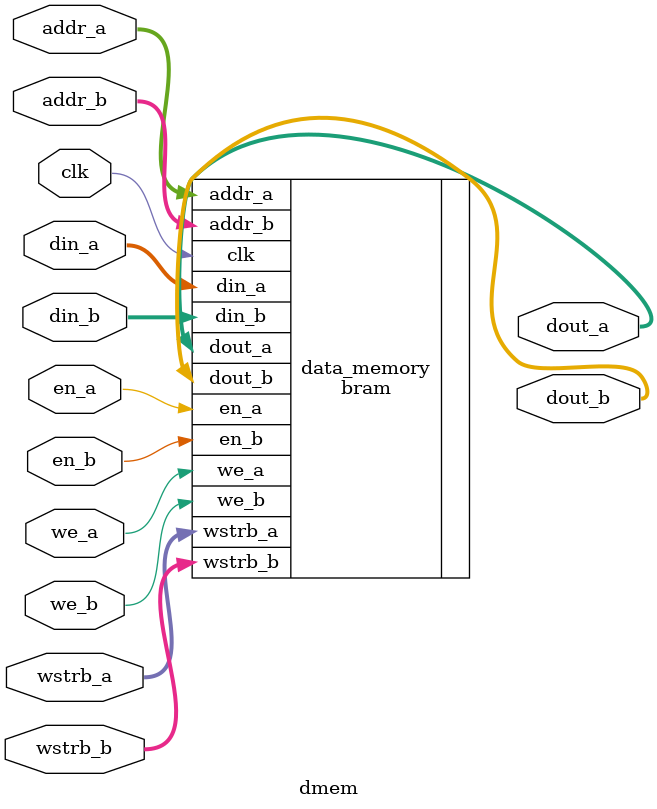
<source format=sv>
module dmem #(
    parameter int ADDR_WIDTH = 10,
    parameter int DATA_WIDTH = 32
)(
    input  logic                     clk,
    // Port A (core)
    input  logic                     en_a,
    input  logic                     we_a,
    input  logic [(DATA_WIDTH/8)-1:0] wstrb_a,
    input  logic [ADDR_WIDTH-1:0]    addr_a,
    input  logic [DATA_WIDTH-1:0]    din_a,
    output logic [DATA_WIDTH-1:0]    dout_a,

    // Port B (debug/DMA)
    input  logic                     en_b,
    input  logic                     we_b,
    input  logic [(DATA_WIDTH/8)-1:0] wstrb_b,
    input  logic [ADDR_WIDTH-1:0]    addr_b,
    input  logic [DATA_WIDTH-1:0]    din_b,
    output logic [DATA_WIDTH-1:0]    dout_b
);

    bram #(
        .ADDR_WIDTH(ADDR_WIDTH),
        .DATA_WIDTH(DATA_WIDTH)
    ) data_memory (
        .clk(clk),
        .en_a(en_a),
        .we_a(we_a),
        .wstrb_a(wstrb_a),
        .addr_a(addr_a),
        .din_a(din_a),
        .dout_a(dout_a),
        .en_b(en_b),
        .we_b(we_b),
        .wstrb_b(wstrb_b),
        .addr_b(addr_b),
        .din_b(din_b),
        .dout_b(dout_b)
    );

endmodule

</source>
